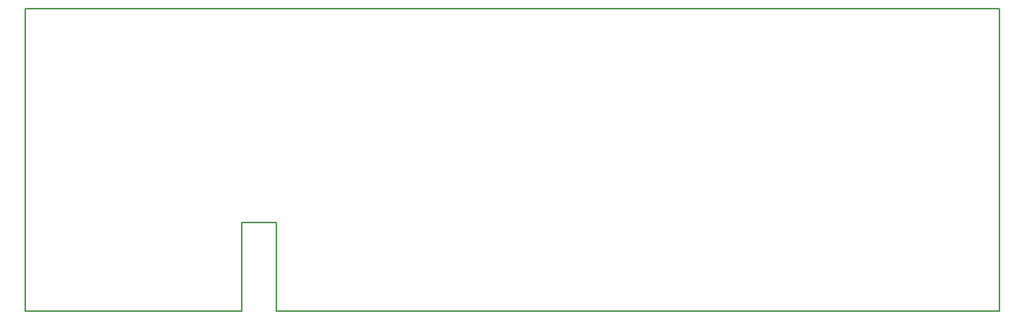
<source format=gm1>
G04 #@! TF.GenerationSoftware,KiCad,Pcbnew,(6.0.6-0)*
G04 #@! TF.CreationDate,2022-08-17T04:52:14+09:00*
G04 #@! TF.ProjectId,PENGO2JAMMA,50454e47-4f32-44a4-914d-4d412e6b6963,rev?*
G04 #@! TF.SameCoordinates,Original*
G04 #@! TF.FileFunction,Profile,NP*
%FSLAX46Y46*%
G04 Gerber Fmt 4.6, Leading zero omitted, Abs format (unit mm)*
G04 Created by KiCad (PCBNEW (6.0.6-0)) date 2022-08-17 04:52:14*
%MOMM*%
%LPD*%
G01*
G04 APERTURE LIST*
G04 #@! TA.AperFunction,Profile*
%ADD10C,0.150000*%
G04 #@! TD*
G04 APERTURE END LIST*
D10*
X110236000Y-121920000D02*
X110236000Y-111506000D01*
X114300000Y-111506000D02*
X114300000Y-121920000D01*
X199136000Y-86360000D02*
X84836000Y-86360000D01*
X110236000Y-111506000D02*
X114300000Y-111506000D01*
X114300000Y-121920000D02*
X199136000Y-121920000D01*
X199136000Y-121920000D02*
X199136000Y-86360000D01*
X84836000Y-121920000D02*
X84836000Y-86360000D01*
X84836000Y-121920000D02*
X110236000Y-121920000D01*
M02*

</source>
